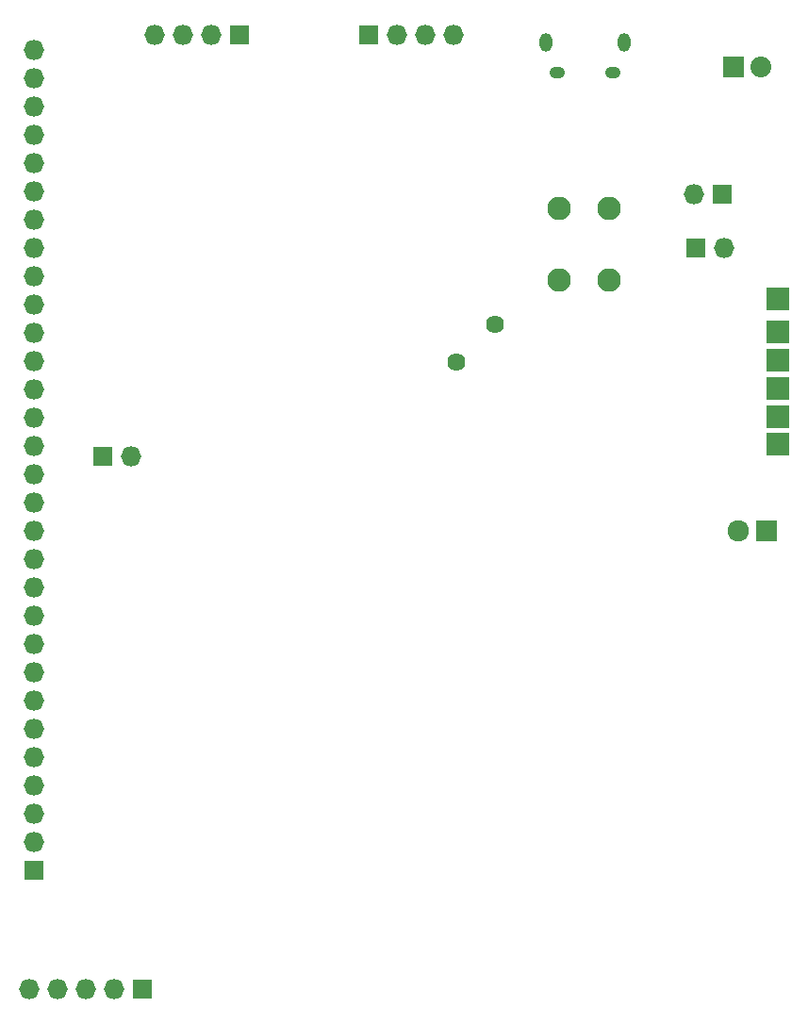
<source format=gbs>
G04 #@! TF.GenerationSoftware,KiCad,Pcbnew,(2017-06-28 revision 2237de015)-makepkg*
G04 #@! TF.CreationDate,2017-08-20T22:04:34+05:30*
G04 #@! TF.ProjectId,MyIMX233,4D79494D583233332E6B696361645F70,rev?*
G04 #@! TF.SameCoordinates,Original
G04 #@! TF.FileFunction,Soldermask,Bot*
G04 #@! TF.FilePolarity,Negative*
%FSLAX46Y46*%
G04 Gerber Fmt 4.6, Leading zero omitted, Abs format (unit mm)*
G04 Created by KiCad (PCBNEW (2017-06-28 revision 2237de015)-makepkg) date 08/20/17 22:04:34*
%MOMM*%
%LPD*%
G01*
G04 APERTURE LIST*
%ADD10C,0.100000*%
%ADD11C,1.620000*%
%ADD12O,1.820000X1.820000*%
%ADD13R,1.820000X1.820000*%
%ADD14O,1.370000X1.070000*%
%ADD15O,1.120000X1.670000*%
%ADD16R,2.025000X2.025000*%
%ADD17C,1.870000*%
%ADD18R,1.870000X1.870000*%
%ADD19C,2.120000*%
%ADD20C,1.920000*%
%ADD21R,1.920000X1.920000*%
G04 APERTURE END LIST*
D10*
D11*
X107039319Y-82762181D03*
X110490000Y-79311500D03*
D12*
X77851000Y-91186000D03*
D13*
X75311000Y-91186000D03*
D12*
X131064000Y-72517000D03*
D13*
X128524000Y-72517000D03*
D14*
X121118000Y-56722000D03*
X116118000Y-56722000D03*
D15*
X122118000Y-54022000D03*
X115118000Y-54022000D03*
D16*
X135890000Y-77089000D03*
X135890000Y-80010000D03*
X135890000Y-87630000D03*
X135890000Y-82550000D03*
X135890000Y-90106500D03*
X135890000Y-85090000D03*
D17*
X134429500Y-56261000D03*
D18*
X131929500Y-56261000D03*
D12*
X106807000Y-53340000D03*
X104267000Y-53340000D03*
X101727000Y-53340000D03*
D13*
X99187000Y-53340000D03*
D12*
X128397000Y-67691000D03*
D13*
X130937000Y-67691000D03*
D12*
X69151500Y-54673500D03*
X69151500Y-57213500D03*
X69151500Y-59753500D03*
X69151500Y-62293500D03*
X69151500Y-64833500D03*
X69151500Y-67373500D03*
X69151500Y-69913500D03*
X69151500Y-72453500D03*
X69151500Y-74993500D03*
X69151500Y-77533500D03*
X69151500Y-80073500D03*
X69151500Y-82613500D03*
X69151500Y-85153500D03*
X69151500Y-87693500D03*
X69151500Y-90233500D03*
X69151500Y-92773500D03*
X69151500Y-95313500D03*
X69151500Y-97853500D03*
X69151500Y-100393500D03*
X69151500Y-102933500D03*
X69151500Y-105473500D03*
X69151500Y-108013500D03*
X69151500Y-110553500D03*
X69151500Y-113093500D03*
X69151500Y-115633500D03*
X69151500Y-118173500D03*
X69151500Y-120713500D03*
X69151500Y-123253500D03*
X69151500Y-125793500D03*
D13*
X69151500Y-128333500D03*
D12*
X68707000Y-139065000D03*
X71247000Y-139065000D03*
X73787000Y-139065000D03*
X76327000Y-139065000D03*
D13*
X78867000Y-139065000D03*
D19*
X116277000Y-68897500D03*
X120777000Y-68897500D03*
X116277000Y-75397500D03*
X120777000Y-75397500D03*
D20*
X132397500Y-97853500D03*
D21*
X134937500Y-97853500D03*
D12*
X79946500Y-53340000D03*
X82486500Y-53340000D03*
X85026500Y-53340000D03*
D13*
X87566500Y-53340000D03*
M02*

</source>
